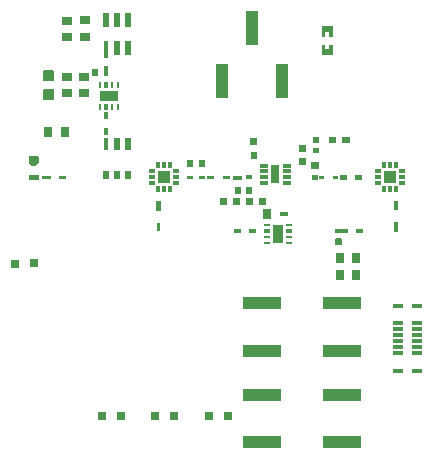
<source format=gtp>
G04 Layer: TopPasteMaskLayer*
G04 EasyEDA Pro v2.2.27.1, 2024-09-01 09:43:49*
G04 Gerber Generator version 0.3*
G04 Scale: 100 percent, Rotated: No, Reflected: No*
G04 Dimensions in millimeters*
G04 Leading zeros omitted, absolute positions, 3 integers and 5 decimals*
%FSLAX35Y35*%
%MOMM*%
%ADD10R,1.0X2.99999*%
%ADD11R,3.19999X1.0*%
%ADD12R,0.8X0.9*%
%ADD13R,0.9X0.8*%
%ADD14R,0.8X0.8*%
%ADD15R,0.5587X1.2*%
%ADD16R,0.55001X1.2*%
%ADD17R,0.342X1.2*%
%ADD18R,0.6X1.1*%
%ADD19R,0.342X1.1*%
%ADD20R,0.6X0.7*%
%ADD21R,1.0X1.0*%
%ADD22R,0.508X0.3*%
%ADD23R,0.508X0.342*%
%ADD24R,0.342X0.508*%
%ADD25R,0.3X0.508*%
%ADD26R,0.67X0.3*%
%ADD27R,0.67X0.342*%
%ADD28R,0.8X1.6*%
%ADD29R,0.85X0.3*%
%ADD30R,0.25001X0.521*%
%ADD31R,0.342X0.521*%
%ADD32R,1.6X0.9*%
%ADD33R,0.8X0.9*%
%ADD34R,0.8X0.4*%
%ADD35R,0.521X0.15*%
%ADD36R,0.521X0.342*%
%ADD37R,0.521X0.25001*%
%ADD38R,0.9X1.6*%
G75*


G04 PolygonModel Start*
G36*
G01X-925549Y1038001D02*
G01X-925549Y1118001D01*
G01X-930550Y1123002D01*
G01X-953347Y1123002D01*
G01X-953347Y1086002D01*
G01X-986346Y1086002D01*
G01X-986346Y1123002D01*
G01X-1010550Y1123002D01*
G01X-1015549Y1118001D01*
G01X-1015549Y1038001D01*
G01X-1010550Y1033002D01*
G01X-930550Y1033002D01*
G01X-925549Y1038001D01*
G37*
G36*
G01X-1015546Y1277005D02*
G01X-1015546Y1197005D01*
G01X-1010545Y1192004D01*
G01X-987748Y1192004D01*
G01X-987748Y1229004D01*
G01X-954749Y1229004D01*
G01X-954749Y1192004D01*
G01X-930545Y1192004D01*
G01X-925546Y1197005D01*
G01X-925546Y1277005D01*
G01X-930545Y1282004D01*
G01X-1010545Y1282004D01*
G01X-1015546Y1277005D01*
G37*
G36*
G01X-2420546Y-197997D02*
G01X-2420546Y-280997D01*
G01X-2380546Y-280997D01*
G01X-2380546Y-197997D01*
G01X-2420546Y-197997D01*
G37*
G36*
G01X-2383347Y-456999D02*
G01X-2383347Y-383999D01*
G01X-2416347Y-383999D01*
G01X-2416347Y-456999D01*
G01X-2383347Y-456999D01*
G37*
G36*
G01X-374604Y-460999D02*
G01X-374604Y-380999D01*
G01X-409604Y-380999D01*
G01X-409604Y-460999D01*
G01X-374604Y-460999D01*
G37*
G36*
G01X-408802Y-198997D02*
G01X-408802Y-279997D01*
G01X-375802Y-279997D01*
G01X-375802Y-198997D01*
G01X-408802Y-198997D01*
G37*
G36*
G01X-805491Y-23406D02*
G01X-805491Y22593D01*
G01X-863556Y22593D01*
G01X-863556Y-23406D01*
G01X-805491Y-23406D01*
G37*
G36*
G01X-734491Y-23406D02*
G01X-734491Y22593D01*
G01X-680427Y22593D01*
G01X-680427Y-23406D01*
G01X-734491Y-23406D01*
G37*
G36*
G01X-996922Y-15906D02*
G01X-996922Y15093D01*
G01X-1044986Y15093D01*
G01X-1044986Y-15906D01*
G01X-996922Y-15906D01*
G37*
G36*
G01X-925921Y-15906D02*
G01X-925921Y15093D01*
G01X-876857Y15093D01*
G01X-876857Y-15906D01*
G01X-925921Y-15906D01*
G37*
G36*
G01X-1106309Y71001D02*
G01X-1037709Y71001D01*
G01X-1037709Y128364D01*
G01X-1106309Y128364D01*
G01X-1106309Y71001D01*
G37*
G36*
G01X-1096309Y-18682D02*
G01X-1047709Y-18682D01*
G01X-1047709Y18682D01*
G01X-1096309Y18682D01*
G01X-1096309Y-18682D01*
G37*
G36*
G01X-1040511Y252138D02*
G01X-1091271Y252138D01*
G01X-1091271Y201694D01*
G01X-1040511Y201694D01*
G01X-1040511Y252138D01*
G37*
G36*
G01X-1040511Y293268D02*
G01X-1091271Y293268D01*
G01X-1091271Y343393D01*
G01X-1040511Y343393D01*
G01X-1040511Y293268D01*
G37*
G36*
G01X-1152611Y162614D02*
G01X-1214091Y162614D01*
G01X-1214091Y104070D01*
G01X-1152611Y104070D01*
G01X-1152611Y162614D01*
G37*
G36*
G01X-1155151Y218375D02*
G01X-1214091Y218375D01*
G01X-1214091Y277439D01*
G01X-1155151Y277439D01*
G01X-1155151Y218375D01*
G37*
G36*
G01X-844547Y343002D02*
G01X-844547Y292003D01*
G01X-776483Y292003D01*
G01X-776483Y343002D01*
G01X-844547Y343002D01*
G37*
G36*
G01X-895548Y343002D02*
G01X-895548Y292003D01*
G01X-954612Y292003D01*
G01X-954612Y343002D01*
G01X-895548Y343002D01*
G37*
G36*
G01X-1661749Y-15000D02*
G01X-1607748Y-15000D01*
G01X-1607748Y17283D01*
G01X-1611749Y21284D01*
G01X-1657748Y21284D01*
G01X-1661749Y17283D01*
G01X-1661749Y-15000D01*
G37*
G36*
G01X-1657748Y-79021D02*
G01X-1611749Y-79021D01*
G01X-1607748Y-83021D01*
G01X-1607748Y-133085D01*
G01X-1611749Y-137085D01*
G01X-1657748Y-137085D01*
G01X-1661749Y-133085D01*
G01X-1661749Y-83021D01*
G01X-1657748Y-79021D01*
G37*
G36*
G01X-1927265Y-15906D02*
G01X-1927265Y15093D01*
G01X-1985330Y15093D01*
G01X-1985330Y-15906D01*
G01X-1927265Y-15906D01*
G37*
G36*
G01X-1856265Y-15906D02*
G01X-1856265Y15093D01*
G01X-1797201Y15093D01*
G01X-1797201Y-15906D01*
G01X-1856265Y-15906D01*
G37*
G36*
G01X-2005389Y14840D02*
G01X-2056389Y14840D01*
G01X-2056389Y-13224D01*
G01X-2005389Y-13224D01*
G01X-2005389Y14840D01*
G37*
G36*
G01X-2005389Y85841D02*
G01X-2056389Y85841D01*
G01X-2056389Y144905D01*
G01X-2005389Y144905D01*
G01X-2005389Y85841D01*
G37*
G36*
G01X-3498824Y20088D02*
G01X-3412424Y20088D01*
G01X-3412424Y-20240D01*
G01X-3498824Y-20240D01*
G01X-3498824Y20088D01*
G37*
G36*
G01X-3469574Y96071D02*
G01X-3441924Y96071D01*
G01X-3412549Y123490D01*
G01X-3412549Y173818D01*
G01X-3418950Y180219D01*
G01X-3492549Y180219D01*
G01X-3498950Y173818D01*
G01X-3498950Y123490D01*
G01X-3469574Y96071D01*
G37*
G36*
G01X-3314027Y-15822D02*
G01X-3314027Y15178D01*
G01X-3382091Y15178D01*
G01X-3382091Y-15822D01*
G01X-3314027Y-15822D01*
G37*
G36*
G01X-3243026Y-15822D02*
G01X-3243026Y15178D01*
G01X-3183962Y15178D01*
G01X-3183962Y-15822D01*
G01X-3243026Y-15822D01*
G37*
G36*
G01X-2829055Y419989D02*
G01X-2860054Y419989D01*
G01X-2860054Y361924D01*
G01X-2829055Y361924D01*
G01X-2829055Y419989D01*
G37*
G36*
G01X-2829055Y490989D02*
G01X-2860054Y490989D01*
G01X-2860054Y550053D01*
G01X-2829055Y550053D01*
G01X-2829055Y490989D01*
G37*
G36*
G01X-2829048Y941459D02*
G01X-2860048Y941459D01*
G01X-2860048Y883394D01*
G01X-2829048Y883394D01*
G01X-2829048Y941459D01*
G37*
G36*
G01X-2829048Y1012459D02*
G01X-2860048Y1012459D01*
G01X-2860048Y1071523D01*
G01X-2829048Y1071523D01*
G01X-2829048Y1012459D01*
G37*
G36*
G01X-2908848Y864427D02*
G01X-2908848Y910426D01*
G01X-2912849Y914427D01*
G01X-2962912Y914427D01*
G01X-2966913Y910426D01*
G01X-2966913Y864427D01*
G01X-2962912Y860426D01*
G01X-2912849Y860426D01*
G01X-2908848Y864427D01*
G37*
G36*
G01X-2860067Y856807D02*
G01X-2860067Y918046D01*
G01X-2828864Y918046D01*
G01X-2828864Y856807D01*
G01X-2860067Y856807D01*
G37*
G36*
G01X-1705498Y-80337D02*
G01X-1756257Y-80337D01*
G01X-1756257Y-140782D01*
G01X-1705498Y-140782D01*
G01X-1705498Y-80337D01*
G37*
G36*
G01X-1695498Y-19207D02*
G01X-1766257Y-19207D01*
G01X-1766257Y10917D01*
G01X-1695498Y10917D01*
G01X-1695498Y-19207D01*
G37*
G36*
G01X-1821649Y-234155D02*
G01X-1821649Y-175215D01*
G01X-1880194Y-175215D01*
G01X-1880194Y-234155D01*
G01X-1821649Y-234155D01*
G37*
G36*
G01X-1765888Y-236695D02*
G01X-1765888Y-177755D01*
G01X-1706825Y-177755D01*
G01X-1706825Y-236695D01*
G01X-1765888Y-236695D01*
G37*
G36*
G01X-1547297Y-175215D02*
G01X-1547297Y-236695D01*
G01X-1488752Y-236695D01*
G01X-1488752Y-175215D01*
G01X-1547297Y-175215D01*
G37*
G36*
G01X-1603057Y-177755D02*
G01X-1603057Y-236695D01*
G01X-1662121Y-236695D01*
G01X-1662121Y-177755D01*
G01X-1603057Y-177755D01*
G37*
G36*
G01X-1623169Y273440D02*
G01X-1561689Y273440D01*
G01X-1561689Y331985D01*
G01X-1623169Y331985D01*
G01X-1623169Y273440D01*
G37*
G36*
G01X-1620629Y217679D02*
G01X-1561689Y217679D01*
G01X-1561689Y158616D01*
G01X-1620629Y158616D01*
G01X-1620629Y217679D01*
G37*
G36*
G01X-2110823Y13594D02*
G01X-2161822Y13594D01*
G01X-2161822Y-14471D01*
G01X-2110823Y-14471D01*
G01X-2110823Y13594D01*
G37*
G36*
G01X-2110823Y84594D02*
G01X-2161822Y84594D01*
G01X-2161822Y143658D01*
G01X-2110823Y143658D01*
G01X-2110823Y84594D01*
G37*
G36*
G01X-1701228Y-467998D02*
G01X-1701228Y-436998D01*
G01X-1759293Y-436998D01*
G01X-1759293Y-467998D01*
G01X-1701228Y-467998D01*
G37*
G36*
G01X-1630228Y-467998D02*
G01X-1630228Y-436998D01*
G01X-1571164Y-436998D01*
G01X-1571164Y-467998D01*
G01X-1630228Y-467998D01*
G37*
G36*
G01X-794982Y-467698D02*
G01X-794982Y-436698D01*
G01X-853047Y-436698D01*
G01X-853047Y-467698D01*
G01X-794982Y-467698D01*
G37*
G36*
G01X-723982Y-467698D02*
G01X-723982Y-436698D01*
G01X-664918Y-436698D01*
G01X-664918Y-467698D01*
G01X-723982Y-467698D01*
G37*
G36*
G01X-852999Y-516499D02*
G01X-898998Y-516499D01*
G01X-902998Y-520500D01*
G01X-902998Y-570563D01*
G01X-898998Y-574563D01*
G01X-852999Y-574563D01*
G01X-848998Y-570563D01*
G01X-848998Y-520500D01*
G01X-852999Y-516499D01*
G37*
G36*
G01X-845379Y-467718D02*
G01X-906618Y-467718D01*
G01X-906618Y-436514D01*
G01X-845379Y-436514D01*
G01X-845379Y-467718D01*
G37*
G36*
G01X-3373992Y901343D02*
G01X-3373992Y821343D01*
G01X-3368991Y816342D01*
G01X-3346194Y816342D01*
G01X-3346194Y853342D01*
G01X-3313195Y853342D01*
G01X-3313195Y816342D01*
G01X-3288991Y816342D01*
G01X-3283992Y821343D01*
G01X-3283992Y901343D01*
G01X-3288991Y906342D01*
G01X-3368991Y906342D01*
G01X-3373992Y901343D01*
G37*
G36*
G01X-3283995Y662339D02*
G01X-3283995Y742339D01*
G01X-3288996Y747340D01*
G01X-3311792Y747340D01*
G01X-3311792Y710340D01*
G01X-3344792Y710340D01*
G01X-3344792Y747340D01*
G01X-3368996Y747340D01*
G01X-3373995Y742339D01*
G01X-3373995Y662339D01*
G01X-3368996Y657341D01*
G01X-3288996Y657341D01*
G01X-3283995Y662339D01*
G37*

G04 Pad Start*
G54D10*
G01X-1353108Y814381D03*
G01X-1607108Y1264367D03*
G01X-1861108Y814381D03*
G54D11*
G01X-842105Y-2242160D03*
G01X-1522114Y-2242160D03*
G01X-842105Y-1842160D03*
G01X-1522114Y-1842160D03*
G01X-842105Y-1467460D03*
G01X-1522114Y-1467460D03*
G01X-842105Y-1067460D03*
G01X-1522114Y-1067460D03*
G54D12*
G01X-3191991Y386999D03*
G01X-3331996Y386999D03*
G54D13*
G01X-3170549Y1327505D03*
G01X-3170549Y1187501D03*
G01X-3023121Y1328268D03*
G01X-3023121Y1188263D03*
G54D14*
G01X-3614492Y-729834D03*
G01X-3454599Y-729148D03*
G01X-2880495Y-2022837D03*
G01X-2720602Y-2022151D03*
G01X-2425495Y-2022837D03*
G01X-2265602Y-2022151D03*
G01X-1970494Y-2022837D03*
G01X-1810601Y-2022151D03*
G54D16*
G01X-2844554Y1333511D03*
G01X-2654562Y1333511D03*
G01X-2654562Y1093506D03*
G01X-2749558Y1093506D03*
G54D17*
G01X-2844554Y1093506D03*
G54D16*
G01X-2749558Y1333511D03*
G54D18*
G01X-2654555Y279712D03*
G01X-2749551Y279712D03*
G54D19*
G01X-2844547Y279712D03*
G54D20*
G01X-2844547Y17900D03*
G01X-2749543Y17900D03*
G01X-2654555Y17900D03*
G54D21*
G01X-2350535Y0D03*
G54D22*
G01X-2247644Y49987D03*
G54D23*
G01X-2247644Y0D03*
G54D22*
G01X-2247644Y-49987D03*
G54D24*
G01X-2300548Y-102892D03*
G54D25*
G01X-2350535Y-102892D03*
G54D24*
G01X-2400523Y-102892D03*
G54D22*
G01X-2453427Y-49987D03*
G54D23*
G01X-2453427Y0D03*
G54D22*
G01X-2453427Y49987D03*
G54D25*
G01X-2400523Y102892D03*
G01X-2350535Y102892D03*
G01X-2300548Y102892D03*
G54D26*
G01X-1310662Y-50013D03*
G54D27*
G01X-1310662Y0D03*
G54D26*
G01X-1310662Y49987D03*
G01X-1310662Y100000D03*
G01X-1510661Y100000D03*
G01X-1510661Y49987D03*
G54D27*
G01X-1510661Y0D03*
G54D26*
G01X-1510661Y-50013D03*
G54D28*
G01X-1410662Y24994D03*
G54D21*
G01X-441588Y0D03*
G54D22*
G01X-338697Y49987D03*
G54D23*
G01X-338697Y0D03*
G54D22*
G01X-338697Y-49987D03*
G54D24*
G01X-391601Y-102892D03*
G54D25*
G01X-441588Y-102892D03*
G54D24*
G01X-491576Y-102892D03*
G54D22*
G01X-544480Y-49987D03*
G54D23*
G01X-544480Y0D03*
G54D22*
G01X-544480Y49987D03*
G54D25*
G01X-491576Y102892D03*
G01X-441588Y102892D03*
G01X-391601Y102892D03*
G54D29*
G01X-374047Y-1637498D03*
G01X-374047Y-1487498D03*
G01X-374047Y-1437498D03*
G01X-374047Y-1387498D03*
G01X-374047Y-1337498D03*
G01X-374047Y-1287499D03*
G01X-374047Y-1237499D03*
G01X-374047Y-1087499D03*
G01X-207047Y-1087499D03*
G01X-207047Y-1237499D03*
G01X-207047Y-1287499D03*
G01X-207047Y-1337498D03*
G01X-207047Y-1387498D03*
G01X-207047Y-1437498D03*
G01X-207047Y-1487498D03*
G01X-207047Y-1637498D03*
G54D30*
G01X-2894561Y594156D03*
G54D31*
G01X-2844548Y594156D03*
G54D30*
G01X-2794561Y594156D03*
G01X-2744548Y594156D03*
G01X-2744548Y784148D03*
G01X-2794561Y784148D03*
G54D31*
G01X-2844548Y784148D03*
G54D30*
G01X-2894561Y784148D03*
G54D32*
G01X-2819554Y689152D03*
G54D33*
G01X-1477953Y-312576D03*
G54D34*
G01X-1337948Y-312576D03*
G54D35*
G01X-1483692Y-401993D03*
G54D36*
G01X-1483692Y-452005D03*
G54D35*
G01X-1483692Y-501993D03*
G54D37*
G01X-1483692Y-552005D03*
G01X-1293700Y-552005D03*
G54D35*
G01X-1293700Y-501993D03*
G54D36*
G01X-1293700Y-452005D03*
G54D35*
G01X-1293700Y-401993D03*
G54D38*
G01X-1388696Y-476999D03*
G54D33*
G01X-864536Y-680071D03*
G01X-724531Y-680071D03*
G01X-863774Y-827499D03*
G01X-723769Y-827499D03*
G54D13*
G01X-3174994Y850001D03*
G01X-3174994Y709996D03*
G01X-3032994Y850001D03*
G01X-3032994Y709996D03*
G01X-3328993Y851844D03*
G01X-3328993Y711839D03*
G04 Pad End*

M02*


</source>
